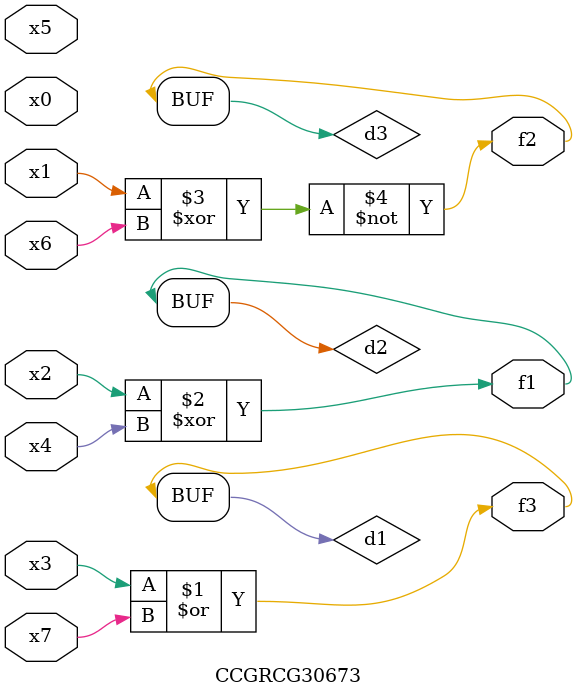
<source format=v>
module CCGRCG30673(
	input x0, x1, x2, x3, x4, x5, x6, x7,
	output f1, f2, f3
);

	wire d1, d2, d3;

	or (d1, x3, x7);
	xor (d2, x2, x4);
	xnor (d3, x1, x6);
	assign f1 = d2;
	assign f2 = d3;
	assign f3 = d1;
endmodule

</source>
